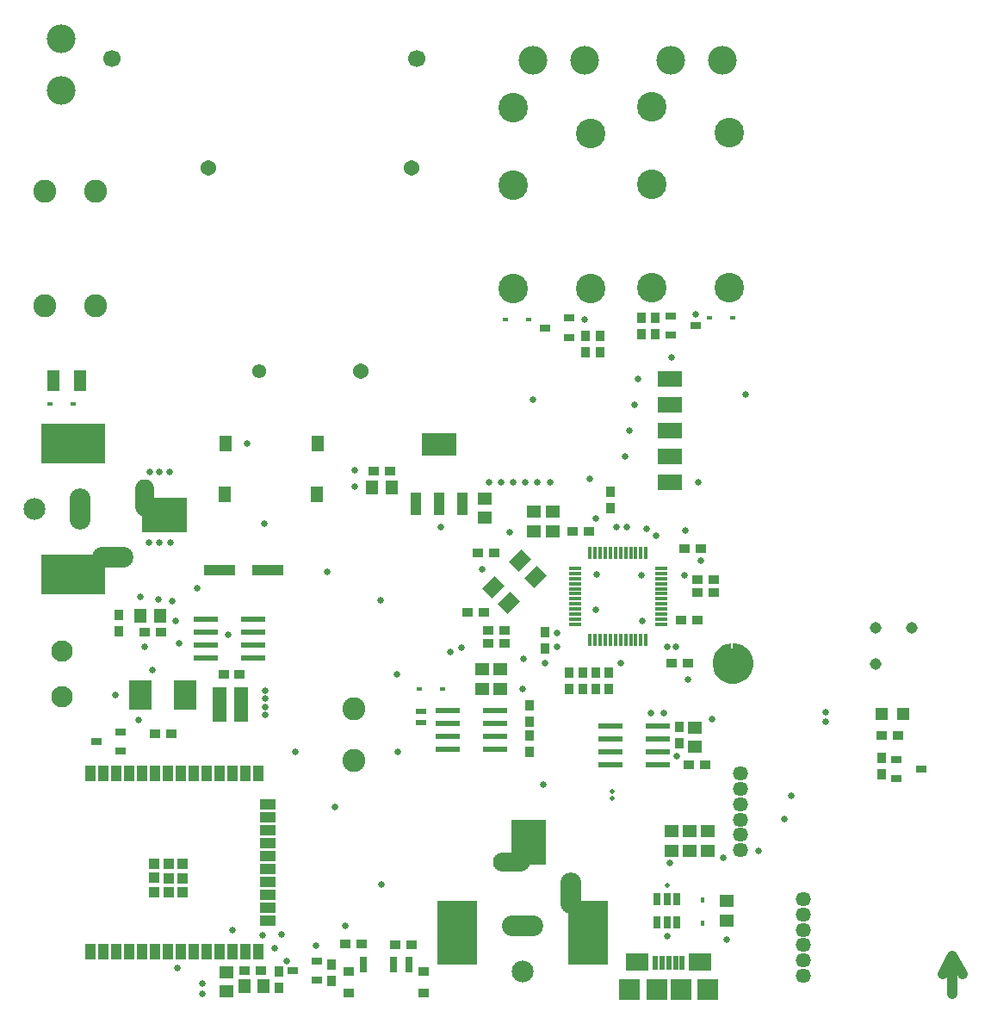
<source format=gts>
G04*
G04 #@! TF.GenerationSoftware,Altium Limited,Altium Designer,20.0.10 (225)*
G04*
G04 Layer_Color=8388736*
%FSLAX25Y25*%
%MOIN*%
G70*
G01*
G75*
%ADD37R,0.24610X0.15554*%
%ADD38R,0.17523X0.13192*%
%ADD48R,0.15554X0.24610*%
%ADD49R,0.13192X0.17523*%
%ADD57C,0.03937*%
%ADD58R,0.05118X0.05118*%
%ADD59R,0.04194X0.03494*%
%ADD60R,0.03494X0.04194*%
%ADD61R,0.04331X0.03150*%
%ADD62R,0.04134X0.08858*%
%ADD63R,0.13189X0.08858*%
%ADD64R,0.04894X0.05394*%
%ADD65R,0.02165X0.01772*%
%ADD66R,0.04331X0.02362*%
%ADD67R,0.09252X0.02362*%
%ADD68R,0.05394X0.04894*%
%ADD69R,0.01575X0.05118*%
%ADD70R,0.05118X0.01575*%
%ADD71R,0.09213X0.05945*%
%ADD72R,0.04724X0.08268*%
%ADD73R,0.05118X0.06378*%
%ADD74R,0.12205X0.04331*%
%ADD75R,0.05512X0.13780*%
%ADD76R,0.08894X0.11193*%
%ADD77R,0.03937X0.03937*%
%ADD78R,0.03937X0.03937*%
%ADD79R,0.03937X0.06299*%
%ADD80R,0.06299X0.03937*%
%ADD81R,0.03150X0.06299*%
%ADD82R,0.04331X0.03543*%
%ADD83R,0.03150X0.06299*%
%ADD84R,0.07874X0.07874*%
%ADD85R,0.07874X0.07874*%
%ADD86R,0.01968X0.05709*%
%ADD87R,0.08661X0.06693*%
%ADD88R,0.02756X0.05118*%
%ADD89R,0.01772X0.02165*%
G04:AMPARAMS|DCode=90|XSize=53.15mil|YSize=66.93mil|CornerRadius=0mil|HoleSize=0mil|Usage=FLASHONLY|Rotation=315.000|XOffset=0mil|YOffset=0mil|HoleType=Round|Shape=Rectangle|*
%AMROTATEDRECTD90*
4,1,4,-0.04245,-0.00487,0.00487,0.04245,0.04245,0.00487,-0.00487,-0.04245,-0.04245,-0.00487,0.0*
%
%ADD90ROTATEDRECTD90*%

%ADD91C,0.05748*%
%ADD92C,0.04488*%
%ADD93C,0.08898*%
%ADD94C,0.11417*%
%ADD95C,0.06063*%
%ADD96C,0.05433*%
%ADD97C,0.11102*%
%ADD98C,0.06693*%
%ADD99O,0.07287X0.14373*%
%ADD100O,0.15948X0.08074*%
%ADD101O,0.08074X0.15948*%
%ADD102C,0.08468*%
%ADD103C,0.08268*%
%ADD104C,0.00394*%
%ADD105O,0.14373X0.07287*%
%ADD106C,0.02562*%
%ADD107C,0.01972*%
G36*
X284095Y133858D02*
Y141575D01*
X284098Y141605D01*
X284121Y141662D01*
X284165Y141706D01*
X284221Y141729D01*
X284252Y141732D01*
D01*
X283476D01*
X281955Y141430D01*
X280522Y140836D01*
X279233Y139974D01*
X278136Y138878D01*
X277274Y137588D01*
X276680Y136155D01*
X276378Y134634D01*
Y133858D01*
Y133083D01*
X276680Y131562D01*
X277274Y130129D01*
X278136Y128839D01*
X279233Y127742D01*
X280522Y126880D01*
X281955Y126287D01*
X283476Y125984D01*
X284252D01*
X285028D01*
X286549Y126287D01*
X287982Y126880D01*
X289271Y127742D01*
X290368Y128839D01*
X291230Y130129D01*
X291823Y131562D01*
X292126Y133083D01*
Y133858D01*
D01*
Y134634D01*
X291823Y136155D01*
X291230Y137588D01*
X290368Y138878D01*
X289271Y139974D01*
X287982Y140836D01*
X286549Y141430D01*
X285028Y141732D01*
X284252D01*
D01*
X283465D01*
X284095Y133858D01*
D02*
G37*
D37*
X28839Y219094D02*
D03*
Y168307D02*
D03*
D38*
X64075Y191142D02*
D03*
D48*
X177362Y29528D02*
D03*
X228150D02*
D03*
D49*
X205315Y64764D02*
D03*
D57*
X369291Y5906D02*
Y20472D01*
X373228Y13780D01*
X365354D02*
X369291Y20472D01*
D58*
X350197Y114173D02*
D03*
X341929D02*
D03*
D59*
X341732Y105905D02*
D03*
X348032D02*
D03*
X145125Y208398D02*
D03*
X151425D02*
D03*
X56461Y146063D02*
D03*
X62761D02*
D03*
X93308Y129528D02*
D03*
X87007D02*
D03*
X66680Y106520D02*
D03*
X60380D02*
D03*
X101575Y14961D02*
D03*
X95275D02*
D03*
X140552Y25197D02*
D03*
X134252D02*
D03*
X159843Y24803D02*
D03*
X153543D02*
D03*
X267330Y94570D02*
D03*
X273630D02*
D03*
X181495Y153543D02*
D03*
X187795D02*
D03*
X189604Y146634D02*
D03*
X195905D02*
D03*
X189541Y141555D02*
D03*
X195842D02*
D03*
X191732Y176772D02*
D03*
X185432D02*
D03*
X266850Y134080D02*
D03*
X260550D02*
D03*
X264173Y150787D02*
D03*
X270473D02*
D03*
X270472Y161417D02*
D03*
X276772D02*
D03*
X270472Y166142D02*
D03*
X276772D02*
D03*
X271890Y178310D02*
D03*
X265590D02*
D03*
X228550Y185100D02*
D03*
X222250D02*
D03*
D60*
X341732Y90841D02*
D03*
Y97141D02*
D03*
X205581Y99606D02*
D03*
Y105906D02*
D03*
Y111417D02*
D03*
Y117717D02*
D03*
X254331Y261417D02*
D03*
Y267717D02*
D03*
X248819Y261417D02*
D03*
Y267717D02*
D03*
X232673Y260585D02*
D03*
Y254285D02*
D03*
X227161Y260585D02*
D03*
Y254285D02*
D03*
X46457Y152756D02*
D03*
Y146456D02*
D03*
X128740Y17367D02*
D03*
Y11067D02*
D03*
X108661Y8267D02*
D03*
Y14567D02*
D03*
X263568Y102926D02*
D03*
Y109226D02*
D03*
X211520Y139690D02*
D03*
Y145990D02*
D03*
X220944Y130231D02*
D03*
Y123931D02*
D03*
X226062Y130231D02*
D03*
Y123931D02*
D03*
X231180Y130231D02*
D03*
Y123931D02*
D03*
X236298Y130231D02*
D03*
Y123931D02*
D03*
X236810Y200260D02*
D03*
Y193960D02*
D03*
D61*
X347638Y96653D02*
D03*
Y89173D02*
D03*
X357087Y92913D02*
D03*
X260236Y268307D02*
D03*
Y260827D02*
D03*
X269685Y264567D02*
D03*
X220866Y260039D02*
D03*
Y267520D02*
D03*
X211417Y263779D02*
D03*
X47244Y99803D02*
D03*
Y107283D02*
D03*
X37795Y103543D02*
D03*
X113779Y15005D02*
D03*
X123228Y18745D02*
D03*
Y11265D02*
D03*
D62*
X170610Y195669D02*
D03*
X179665D02*
D03*
X161555D02*
D03*
D63*
X170610Y218504D02*
D03*
D64*
X152025Y202098D02*
D03*
X144525D02*
D03*
X62411Y152362D02*
D03*
X54911D02*
D03*
X95069Y9055D02*
D03*
X102569D02*
D03*
D65*
X171752Y124016D02*
D03*
X162894D02*
D03*
X275197Y267717D02*
D03*
X284055D02*
D03*
X205118Y266929D02*
D03*
X196260D02*
D03*
X19927Y234203D02*
D03*
X28785D02*
D03*
D66*
X163510Y111115D02*
D03*
Y115445D02*
D03*
D67*
X173917Y115768D02*
D03*
Y110768D02*
D03*
Y105768D02*
D03*
Y100768D02*
D03*
X192224D02*
D03*
Y105768D02*
D03*
Y110768D02*
D03*
Y115748D02*
D03*
X98524Y135807D02*
D03*
Y140807D02*
D03*
Y145807D02*
D03*
Y150807D02*
D03*
X80216D02*
D03*
Y145807D02*
D03*
Y140807D02*
D03*
Y135827D02*
D03*
X236698Y109639D02*
D03*
Y104639D02*
D03*
Y99639D02*
D03*
Y94639D02*
D03*
X255005D02*
D03*
Y99639D02*
D03*
Y104639D02*
D03*
Y109619D02*
D03*
D68*
X187155Y124108D02*
D03*
Y131608D02*
D03*
X194242Y124108D02*
D03*
Y131608D02*
D03*
X88189Y6880D02*
D03*
Y14380D02*
D03*
X281670Y41860D02*
D03*
Y34360D02*
D03*
X274530Y61437D02*
D03*
Y68937D02*
D03*
X267444Y61437D02*
D03*
Y68937D02*
D03*
X260357Y61437D02*
D03*
Y68937D02*
D03*
X269473Y109038D02*
D03*
Y101538D02*
D03*
X188200Y197800D02*
D03*
Y190300D02*
D03*
X207261Y192600D02*
D03*
Y185100D02*
D03*
X214400Y192600D02*
D03*
Y185100D02*
D03*
D69*
X228937Y176575D02*
D03*
X230906D02*
D03*
X232874D02*
D03*
X234842D02*
D03*
X236811D02*
D03*
X238779D02*
D03*
X240748D02*
D03*
X242717D02*
D03*
X244685D02*
D03*
X246654D02*
D03*
X248622D02*
D03*
X250590D02*
D03*
X250590Y143110D02*
D03*
X248622D02*
D03*
X246654D02*
D03*
X244685D02*
D03*
X242717D02*
D03*
X240748D02*
D03*
X238779D02*
D03*
X236811D02*
D03*
X234842D02*
D03*
X232874D02*
D03*
X230906D02*
D03*
X228937D02*
D03*
D70*
X223031Y149016D02*
D03*
Y150984D02*
D03*
Y152953D02*
D03*
Y154921D02*
D03*
Y156890D02*
D03*
Y158858D02*
D03*
Y160827D02*
D03*
Y162795D02*
D03*
Y164764D02*
D03*
Y166732D02*
D03*
Y168701D02*
D03*
Y170669D02*
D03*
X256496Y149016D02*
D03*
Y150984D02*
D03*
Y152953D02*
D03*
Y154921D02*
D03*
Y156890D02*
D03*
Y158858D02*
D03*
Y160827D02*
D03*
Y162795D02*
D03*
Y164764D02*
D03*
Y166732D02*
D03*
Y168701D02*
D03*
Y170669D02*
D03*
D71*
X259842Y244016D02*
D03*
Y234016D02*
D03*
Y224016D02*
D03*
Y214016D02*
D03*
Y204016D02*
D03*
D72*
X31442Y243258D02*
D03*
X21206D02*
D03*
D73*
X123327Y199213D02*
D03*
X123366Y218898D02*
D03*
X87657Y199213D02*
D03*
X87697Y218898D02*
D03*
D74*
X85433Y170079D02*
D03*
X104331D02*
D03*
D75*
X93898Y118110D02*
D03*
X85630D02*
D03*
D76*
X72087Y121653D02*
D03*
X54685D02*
D03*
D77*
X71260Y56299D02*
D03*
X60236Y45276D02*
D03*
X65713D02*
D03*
X65784Y56299D02*
D03*
D78*
X71260Y45276D02*
D03*
X65748Y50787D02*
D03*
D03*
D03*
D03*
X60236Y50823D02*
D03*
X71260Y50752D02*
D03*
X60236Y56299D02*
D03*
D79*
X35354Y91142D02*
D03*
X40354D02*
D03*
X45354D02*
D03*
X50354D02*
D03*
X55354D02*
D03*
X60354D02*
D03*
X65354D02*
D03*
X70354D02*
D03*
X75354D02*
D03*
X80354D02*
D03*
X85354D02*
D03*
X90354D02*
D03*
X95354D02*
D03*
X100354D02*
D03*
D03*
Y22244D02*
D03*
D03*
D03*
X95354D02*
D03*
X90354D02*
D03*
X85354D02*
D03*
X80354D02*
D03*
X75354D02*
D03*
X70354D02*
D03*
X65354D02*
D03*
X60354D02*
D03*
X55354D02*
D03*
X50354D02*
D03*
X45354D02*
D03*
X40354D02*
D03*
X35354D02*
D03*
D80*
X104291Y79193D02*
D03*
Y74193D02*
D03*
Y69193D02*
D03*
Y64193D02*
D03*
Y59193D02*
D03*
Y54193D02*
D03*
Y49193D02*
D03*
Y44193D02*
D03*
Y39193D02*
D03*
Y34193D02*
D03*
D03*
D81*
X152953Y17323D02*
D03*
X141142D02*
D03*
D82*
X164370Y6299D02*
D03*
X135630D02*
D03*
X164370Y14567D02*
D03*
X135630D02*
D03*
D83*
X158858Y17323D02*
D03*
D84*
X264173Y7677D02*
D03*
X274606D02*
D03*
D85*
X254724D02*
D03*
X244291D02*
D03*
D86*
X254331Y17815D02*
D03*
X256890D02*
D03*
X259449D02*
D03*
X262008D02*
D03*
X264567D02*
D03*
D87*
X247244Y18307D02*
D03*
X271654D02*
D03*
D88*
X254940Y42558D02*
D03*
X258680D02*
D03*
X262420D02*
D03*
Y33502D02*
D03*
X258680D02*
D03*
X254940D02*
D03*
D89*
X272620Y33461D02*
D03*
Y42319D02*
D03*
D90*
X201694Y173567D02*
D03*
X207819Y167442D02*
D03*
X197518Y157142D02*
D03*
X191394Y163266D02*
D03*
D91*
X311417Y12992D02*
D03*
Y18898D02*
D03*
Y24803D02*
D03*
Y30709D02*
D03*
Y36614D02*
D03*
Y42520D02*
D03*
X287250Y61650D02*
D03*
Y67555D02*
D03*
Y73461D02*
D03*
Y79366D02*
D03*
Y85272D02*
D03*
Y91178D02*
D03*
D92*
X353527Y147623D02*
D03*
X339387D02*
D03*
X339383Y133483D02*
D03*
D93*
X137402Y96457D02*
D03*
Y116142D02*
D03*
X37402Y316535D02*
D03*
X17717D02*
D03*
X37402Y272441D02*
D03*
X17717D02*
D03*
D94*
X252756Y279213D02*
D03*
Y319213D02*
D03*
Y349213D02*
D03*
X282756Y279213D02*
D03*
Y339213D02*
D03*
X199134Y278976D02*
D03*
Y318976D02*
D03*
Y348976D02*
D03*
X229134Y278976D02*
D03*
Y338976D02*
D03*
D95*
X140157Y246850D02*
D03*
X81102Y325590D02*
D03*
X159843D02*
D03*
D96*
X100787Y246850D02*
D03*
D97*
X260315Y367323D02*
D03*
X280315D02*
D03*
X206772D02*
D03*
X226772D02*
D03*
X24090Y355610D02*
D03*
Y375610D02*
D03*
D98*
X161811Y368110D02*
D03*
X43701D02*
D03*
D99*
X56398Y198031D02*
D03*
D100*
X44193Y174803D02*
D03*
X202756Y32283D02*
D03*
D101*
X31594Y193701D02*
D03*
X221654Y44882D02*
D03*
D102*
X13878Y193701D02*
D03*
X202756Y14567D02*
D03*
D103*
X24409Y138583D02*
D03*
Y120866D02*
D03*
D104*
X155905Y10433D02*
D03*
X144095D02*
D03*
D105*
X198425Y57087D02*
D03*
D106*
X306881Y82719D02*
D03*
X320310Y115010D02*
D03*
X320210Y111420D02*
D03*
X304270Y73480D02*
D03*
X260480Y252240D02*
D03*
X102840Y188010D02*
D03*
X148080Y48300D02*
D03*
X289250Y237980D02*
D03*
X206693Y235827D02*
D03*
X122990Y24770D02*
D03*
X137710Y202210D02*
D03*
X137850Y208610D02*
D03*
X96230Y218960D02*
D03*
X45230Y121610D02*
D03*
X54280Y111990D02*
D03*
X59640Y131300D02*
D03*
X56340Y140300D02*
D03*
X54860Y159500D02*
D03*
X127090Y169420D02*
D03*
X147700Y158430D02*
D03*
X88930Y145110D02*
D03*
X171120Y186770D02*
D03*
X187310Y170270D02*
D03*
X114680Y99620D02*
D03*
X154190Y129570D02*
D03*
X154510Y99500D02*
D03*
X130190Y78160D02*
D03*
X281840Y27070D02*
D03*
X262500Y97940D02*
D03*
X276240Y112150D02*
D03*
X231270Y154510D02*
D03*
X249050Y150220D02*
D03*
X248930Y168070D02*
D03*
X231580Y168260D02*
D03*
X266840Y127470D02*
D03*
X211660Y133960D02*
D03*
X270800Y203890D02*
D03*
X271820Y173730D02*
D03*
X197740Y184790D02*
D03*
X228990Y205170D02*
D03*
X134252Y32283D02*
D03*
X76772Y162902D02*
D03*
X179134Y140091D02*
D03*
X174803Y138189D02*
D03*
X265370Y167960D02*
D03*
X226960Y266970D02*
D03*
X213386Y203937D02*
D03*
X208661D02*
D03*
X203937D02*
D03*
X199213D02*
D03*
X194488D02*
D03*
X189764D02*
D03*
X203310Y135740D02*
D03*
X216330Y145690D02*
D03*
X216250Y140460D02*
D03*
X265800Y185460D02*
D03*
X90354Y30650D02*
D03*
X102070Y28760D02*
D03*
X106810Y23800D02*
D03*
X109550Y28870D02*
D03*
X69030Y15880D02*
D03*
X294020Y61260D02*
D03*
X240748Y134022D02*
D03*
X210730Y87110D02*
D03*
X202692Y124108D02*
D03*
X231310Y189880D02*
D03*
X254380Y183280D02*
D03*
X242374Y214016D02*
D03*
X244110Y224016D02*
D03*
X246330Y234016D02*
D03*
X250890Y186000D02*
D03*
X247374Y244016D02*
D03*
X243200Y186800D02*
D03*
X269685Y268898D02*
D03*
X258680Y28238D02*
D03*
X58268Y180709D02*
D03*
X61750Y158610D02*
D03*
X67250Y157830D02*
D03*
X239192Y186800D02*
D03*
X111600Y18800D02*
D03*
X78690Y6100D02*
D03*
X78740Y10010D02*
D03*
X258870Y140320D02*
D03*
X262010Y140330D02*
D03*
X259740Y56660D02*
D03*
X280660Y58490D02*
D03*
X257662Y114737D02*
D03*
X252544D02*
D03*
X103150Y113976D02*
D03*
X69900Y141720D02*
D03*
X68620Y150240D02*
D03*
X103150Y123425D02*
D03*
Y117126D02*
D03*
Y120276D02*
D03*
X66535Y180709D02*
D03*
X62205D02*
D03*
X66142Y207874D02*
D03*
X62205D02*
D03*
X58400Y207900D02*
D03*
D107*
X258680Y47820D02*
D03*
X237510Y81670D02*
D03*
Y84146D02*
D03*
M02*

</source>
